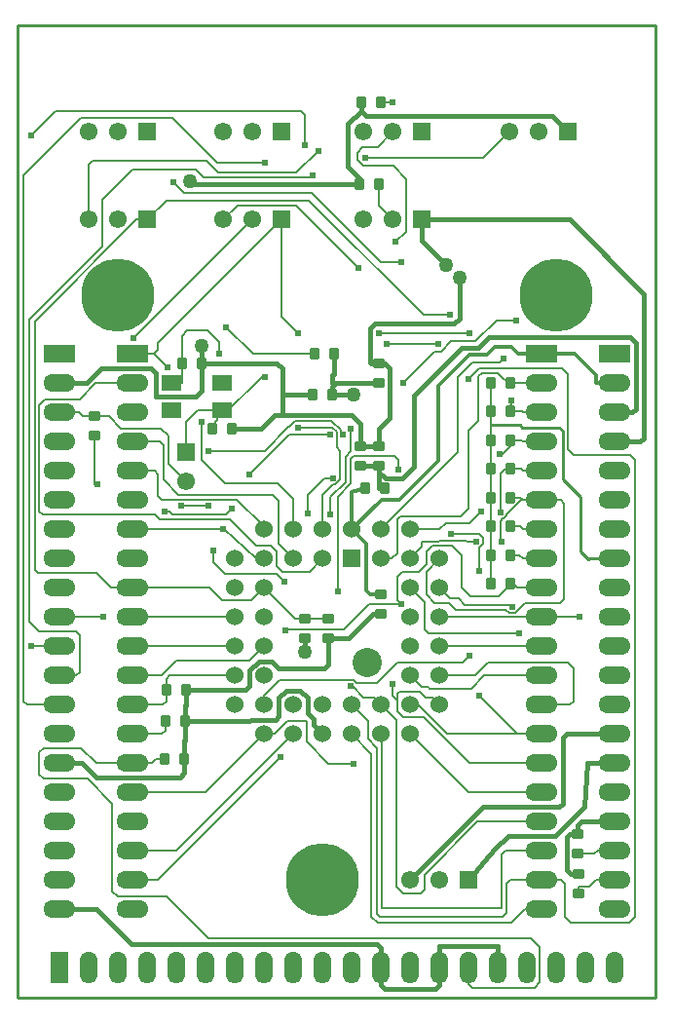
<source format=gbl>
G04 Layer_Physical_Order=2*
G04 Layer_Color=16711680*
%FSLAX25Y25*%
%MOIN*%
G70*
G01*
G75*
%ADD13C,0.00700*%
%ADD14C,0.01600*%
%ADD15C,0.01000*%
%ADD16R,0.06102X0.06102*%
%ADD17C,0.06102*%
%ADD18R,0.06102X0.06102*%
%ADD19C,0.06000*%
%ADD20R,0.06000X0.06000*%
%ADD21O,0.11000X0.06000*%
%ADD22R,0.11000X0.06000*%
%ADD23C,0.25000*%
%ADD24O,0.06000X0.11000*%
%ADD25R,0.06000X0.11000*%
%ADD26C,0.02400*%
%ADD27C,0.05000*%
%ADD28C,0.10000*%
G04:AMPARAMS|DCode=29|XSize=39.37mil|YSize=35.43mil|CornerRadius=4.43mil|HoleSize=0mil|Usage=FLASHONLY|Rotation=0.000|XOffset=0mil|YOffset=0mil|HoleType=Round|Shape=RoundedRectangle|*
%AMROUNDEDRECTD29*
21,1,0.03937,0.02657,0,0,0.0*
21,1,0.03051,0.03543,0,0,0.0*
1,1,0.00886,0.01526,-0.01329*
1,1,0.00886,-0.01526,-0.01329*
1,1,0.00886,-0.01526,0.01329*
1,1,0.00886,0.01526,0.01329*
%
%ADD29ROUNDEDRECTD29*%
G04:AMPARAMS|DCode=30|XSize=39.37mil|YSize=35.43mil|CornerRadius=4.43mil|HoleSize=0mil|Usage=FLASHONLY|Rotation=270.000|XOffset=0mil|YOffset=0mil|HoleType=Round|Shape=RoundedRectangle|*
%AMROUNDEDRECTD30*
21,1,0.03937,0.02657,0,0,270.0*
21,1,0.03051,0.03543,0,0,270.0*
1,1,0.00886,-0.01329,-0.01526*
1,1,0.00886,-0.01329,0.01526*
1,1,0.00886,0.01329,0.01526*
1,1,0.00886,0.01329,-0.01526*
%
%ADD30ROUNDEDRECTD30*%
%ADD31R,0.07087X0.05512*%
%ADD32C,0.01200*%
D13*
X440124Y287008D02*
X444291Y291175D01*
X430592Y287008D02*
X440124D01*
X427600Y290000D02*
X430592Y287008D01*
X403937Y252963D02*
Y257087D01*
Y252963D02*
X405500Y251400D01*
X387275Y275775D02*
X395800Y284300D01*
X367508Y275775D02*
X387275D01*
X367323Y275590D02*
X367508Y275775D01*
X346457Y294882D02*
X364173D01*
X342520Y298819D02*
Y302756D01*
X364173Y294882D02*
X366929Y292126D01*
X342520Y298819D02*
X346457Y294882D01*
X366350Y295500D02*
X375500D01*
X364400Y297450D02*
X366350Y295500D01*
X374803Y321703D02*
X380659Y327559D01*
X374803Y315354D02*
Y321703D01*
X355600Y285600D02*
X360000Y290000D01*
X345700Y285600D02*
X355600D01*
X428740Y284252D02*
X444095D01*
X444882Y283465D01*
X437498Y340451D02*
X437598Y340551D01*
X437498Y333900D02*
Y340451D01*
X342154Y345484D02*
X344094Y347425D01*
X342154Y344500D02*
Y345484D01*
X337257Y350676D02*
X344094D01*
Y347425D02*
Y350676D01*
X346400Y349400D02*
X359205Y362205D01*
X333300Y346718D02*
X337257Y350676D01*
X338600Y333645D02*
Y346800D01*
Y333645D02*
X346445Y325800D01*
X360000Y310000D02*
Y310935D01*
X350736Y320199D02*
X360000Y310935D01*
X368681Y344950D02*
X370762Y347031D01*
X368350Y344950D02*
X368681D01*
X360200Y336800D02*
X368350Y344950D01*
X340800Y336800D02*
X360200D01*
X346445Y325800D02*
X364548D01*
X368700Y342500D02*
X382700D01*
X354800Y328600D02*
X368700Y342500D01*
X374500Y237350D02*
X381929Y229921D01*
X390551D01*
X360000Y253225D02*
X365224Y258449D01*
X390654D01*
X391603Y257500D02*
X398700D01*
X390654Y258449D02*
X391603Y257500D01*
X389764Y256299D02*
X390201D01*
X394100Y252400D01*
X397600D01*
X386181Y342519D02*
X387007D01*
X386150Y342550D02*
X386181Y342519D01*
X383359Y344881D02*
X384850Y343390D01*
Y337950D02*
Y343390D01*
X386150Y342550D02*
Y343929D01*
X387800Y334900D02*
X389682Y336782D01*
Y344488D01*
X386100Y327154D02*
Y336700D01*
X384355Y325409D02*
X386100Y327154D01*
X383609Y325409D02*
X384355D01*
X380000Y321800D02*
X383609Y325409D01*
X380659Y327559D02*
X383465D01*
X384850Y337950D02*
X386100Y336700D01*
X371653Y344881D02*
X383359D01*
X383048Y347031D02*
X386150Y343929D01*
X370762Y347031D02*
X383048D01*
X444291Y350394D02*
Y352485D01*
X444488Y352682D01*
Y353937D01*
X441718Y335827D02*
X444291Y338400D01*
X440551Y335827D02*
X441718D01*
X437598Y330709D02*
Y333800D01*
X437498Y333900D02*
X437598Y333800D01*
X430200Y312100D02*
X434252Y316152D01*
X440945Y329153D02*
X442500Y330709D01*
X443095Y314995D02*
X448100Y320000D01*
X443095Y314858D02*
Y314995D01*
X441835Y313598D02*
X443095Y314858D01*
X441698Y313598D02*
X441835D01*
X440900Y312800D02*
X441698Y313598D01*
X440945Y315748D02*
Y329153D01*
X440900Y306344D02*
Y312800D01*
Y306344D02*
X441339Y305906D01*
X446614Y290000D02*
X455000D01*
X445276Y291339D02*
X446614Y290000D01*
X444291Y291339D02*
X445276D01*
X426492Y286500D02*
X428740Y284252D01*
X423500Y286500D02*
X426492D01*
X425526Y282574D02*
X442732D01*
X445772Y281315D02*
X449212Y284754D01*
X461258D01*
X443991Y281315D02*
X445772D01*
X442732Y282574D02*
X443991Y281315D01*
X420000Y280000D02*
X455000D01*
X331954Y376250D02*
X333656Y377953D01*
X344488Y370079D02*
Y374016D01*
X333656Y377953D02*
X340551D01*
X344488Y374016D01*
X347100Y379134D02*
X356234Y370000D01*
X331954Y366900D02*
Y376250D01*
X356234Y370000D02*
X377307D01*
X359205Y362205D02*
X360236D01*
X329961Y265000D02*
X355000D01*
X324961Y260000D02*
X329961Y265000D01*
X315000Y260000D02*
X324961D01*
X448500Y240000D02*
X455000D01*
X422600D02*
X446600D01*
X405500Y251400D02*
Y253650D01*
X333300Y336300D02*
Y346718D01*
X331954Y360278D02*
Y366900D01*
X331800Y360124D02*
X331954Y360278D01*
X328239Y360124D02*
X331800D01*
X446600Y240000D02*
X448500D01*
X433500Y253100D02*
X446600Y240000D01*
X433500Y295600D02*
Y303600D01*
X435100Y305200D01*
Y307050D01*
X433750Y308400D02*
X435100Y307050D01*
X423850Y308400D02*
X433750D01*
X410000Y250000D02*
X412600D01*
X422600Y240000D01*
X420000Y270000D02*
X455000D01*
X302000Y325600D02*
Y342000D01*
Y325600D02*
X302100Y325500D01*
X303100D01*
X315000Y200000D02*
X330000D01*
X370000Y240000D01*
X437598Y301181D02*
Y311024D01*
Y350394D02*
Y360236D01*
Y311024D02*
Y320866D01*
Y330709D01*
X315000Y310000D02*
X346100D01*
X346200D01*
X357400Y300000D01*
X360000D01*
X331643Y318000D02*
X340800D01*
X395800Y284300D02*
X406900D01*
X420000Y290000D02*
X423500Y286500D01*
X448500Y300000D02*
X455000D01*
X447319Y301181D02*
X448500Y300000D01*
X444291Y301181D02*
X447319D01*
X448500Y310000D02*
X455000D01*
X447476Y311024D02*
X448500Y310000D01*
X444291Y311024D02*
X447476D01*
X448100Y320000D02*
X448500D01*
X399400Y377200D02*
X430200D01*
X448500Y320000D02*
X455000D01*
X447634Y320866D02*
X448500Y320000D01*
X444291Y320866D02*
X447634D01*
X448500Y330000D02*
X455000D01*
X447791Y330709D02*
X448500Y330000D01*
X444291Y330709D02*
X447791D01*
X448500Y340000D02*
X455000D01*
X447949Y340551D02*
X448500Y340000D01*
X444291Y340551D02*
X447949D01*
X448500Y350000D02*
X455000D01*
X448106Y350394D02*
X448500Y350000D01*
X444291Y350394D02*
X448106D01*
X448500Y360000D02*
X455000D01*
X448264Y360236D02*
X448500Y360000D01*
X444291Y360236D02*
X448264D01*
X280300Y270000D02*
X290000D01*
X280300Y444600D02*
X288700Y453000D01*
X372500D01*
X373900Y451600D01*
Y441500D02*
Y451600D01*
X315000Y280000D02*
X350000D01*
X315000Y270000D02*
X350000D01*
X374000Y279346D02*
X382000D01*
X399346Y420654D02*
Y428000D01*
Y420654D02*
X404000Y416000D01*
X297807Y348693D02*
X302000D01*
X296500Y350000D02*
X297807Y348693D01*
X290000Y350000D02*
X296500D01*
X414546Y245650D02*
X430196Y230000D01*
X405500Y247600D02*
Y251400D01*
X385200Y288650D02*
Y321200D01*
X389600Y325600D01*
Y334192D01*
X390508Y335100D01*
X404556D01*
X405906Y333750D01*
Y330400D02*
Y333750D01*
X417500Y252500D02*
X420000Y250000D01*
X415400Y252500D02*
X417500D01*
X413400Y254500D02*
X415400Y252500D01*
X406350Y254500D02*
X413400D01*
X405500Y253650D02*
X406350Y254500D01*
X405500Y247600D02*
X407450Y245650D01*
X414546D01*
X430196Y230000D02*
X455000D01*
X467600Y185454D02*
Y187600D01*
X467700Y187700D01*
X471200D01*
X473500Y190000D01*
X480000D01*
X327704Y260000D02*
X350000D01*
X326454Y258750D02*
X327704Y260000D01*
X326454Y255200D02*
Y258750D01*
X302500Y230000D02*
X315000D01*
X297300Y235200D02*
X302500Y230000D01*
X284550Y235200D02*
X297300D01*
X283100Y233750D02*
X284550Y235200D01*
X283100Y226250D02*
Y233750D01*
Y226250D02*
X284750Y224600D01*
X299700D01*
X308100Y216200D01*
Y186250D02*
Y216200D01*
Y186250D02*
X309850Y184500D01*
X326500D01*
X340800Y170200D01*
X451300D01*
X454400Y167100D01*
Y155000D02*
Y167100D01*
X452500Y153100D02*
X454400Y155000D01*
X431250Y153100D02*
X452500D01*
X430000Y154350D02*
X431250Y153100D01*
X430000Y154350D02*
Y160000D01*
X322800Y231300D02*
X326054D01*
X321500Y230000D02*
X322800Y231300D01*
X315000Y230000D02*
X321500D01*
X442550Y200000D02*
X455000D01*
X441300Y198750D02*
X442550Y200000D01*
X441300Y180300D02*
Y198750D01*
X400300Y180300D02*
X441300D01*
X400300D02*
Y239700D01*
X400000Y240000D02*
X400300Y239700D01*
X435300Y260000D02*
X455000D01*
X430800Y255500D02*
X435300Y260000D01*
X416750Y255500D02*
X430800D01*
X416150Y256100D02*
X416750Y255500D01*
X413900Y256100D02*
X416150D01*
X410000Y260000D02*
X413900Y256100D01*
X360000Y250000D02*
Y253225D01*
X398700Y257500D02*
X405600Y264400D01*
X428100D01*
X430300Y266600D01*
X374500Y237350D02*
Y244200D01*
X374200Y244500D02*
X374500Y244200D01*
X368000Y244500D02*
X374200D01*
X363500Y240000D02*
X368000Y244500D01*
X360000Y240000D02*
X363500D01*
X420000Y260000D02*
X432200D01*
X436700Y264500D01*
X463900D01*
X465900Y262500D01*
Y251250D02*
Y262500D01*
X464650Y250000D02*
X465900Y251250D01*
X455000Y250000D02*
X464650D01*
X382600Y315000D02*
Y321004D01*
X387800Y326204D01*
Y334900D01*
X315000Y190000D02*
X323500D01*
X365500Y232000D01*
X439494Y381500D02*
X446200D01*
X432294Y374300D02*
X439494Y381500D01*
X424057Y374300D02*
X432294D01*
X420557Y370800D02*
X424057Y374300D01*
X418164Y370800D02*
X420557D01*
X407600Y360236D02*
X418164Y370800D01*
X449300Y180000D02*
X455000D01*
X444700Y175400D02*
X449300Y180000D01*
X398850Y175400D02*
X444700D01*
X396762Y177488D02*
X398850Y175400D01*
X396762Y177488D02*
Y233238D01*
X390000Y240000D02*
X396762Y233238D01*
X326000Y316100D02*
X327550D01*
X328550Y315100D01*
X346800D01*
X348800Y317100D01*
X315000Y330000D02*
X322450D01*
X323700Y328750D01*
Y321499D02*
Y328750D01*
Y321499D02*
X325000Y320199D01*
X350736D01*
X364548Y325800D02*
X370000Y320348D01*
Y310000D02*
Y320348D01*
X375500Y295500D02*
X380000Y300000D01*
X364400Y297450D02*
Y302500D01*
X362400Y304500D02*
X364400Y302500D01*
X357200Y304500D02*
X362400D01*
X348400Y313300D02*
X357200Y304500D01*
X324400Y313300D02*
X348400D01*
X322700Y315000D02*
X324400Y313300D01*
X284350Y315000D02*
X322700D01*
X283100Y316250D02*
X284350Y315000D01*
X283100Y316250D02*
Y352500D01*
X285100Y354500D01*
X296800D01*
X302300Y360000D01*
X315000D01*
X366000Y382900D02*
Y416000D01*
Y382900D02*
X371700Y377200D01*
X380000Y310000D02*
Y321800D01*
X443650Y291339D02*
X444291D01*
X443650D02*
X443813Y291175D01*
X444291D01*
X424400Y304350D02*
X427600Y301150D01*
X417450Y304350D02*
X424400D01*
X415500Y302400D02*
X417450Y304350D01*
X415500Y298200D02*
Y302400D01*
X412800Y295500D02*
X415500Y298200D01*
X407350Y295500D02*
X412800D01*
X405500Y293650D02*
X407350Y295500D01*
X405500Y285700D02*
Y293650D01*
Y285700D02*
X406900Y284300D01*
X401900Y373400D02*
X419700D01*
X410000Y290000D02*
X414900Y285100D01*
Y275750D02*
Y285100D01*
Y275750D02*
X416150Y274500D01*
X447200D01*
X415500Y295500D02*
X420000Y300000D01*
X415500Y287600D02*
Y295500D01*
Y287600D02*
X418350Y284750D01*
X423350D01*
X425526Y282574D01*
X455000Y320000D02*
X461504D01*
X410000Y310000D02*
X420100D01*
X422200Y312100D01*
X430200D01*
X442500Y330709D02*
X444291D01*
X410000Y300000D02*
X413950Y303950D01*
Y305900D01*
X426050Y306050D01*
X432495Y305800D01*
X444291Y338400D02*
Y340551D01*
X400000Y300000D02*
X403700D01*
X405600Y301900D01*
Y313350D01*
X433400Y347100D02*
Y362400D01*
X434500Y363500D01*
X439900D01*
X442100Y361300D01*
X444291Y360236D01*
X328950Y428600D02*
X332550Y425000D01*
X376200D01*
X399800Y401400D01*
X407000D01*
X278950Y250000D02*
X290000D01*
X277700Y251250D02*
X278950Y250000D01*
X277700Y251250D02*
Y430950D01*
X297350Y450600D01*
X328700D01*
X344000Y435300D01*
X360250D01*
X290000Y260000D02*
X295650D01*
X296900Y261250D01*
Y273750D01*
X295650Y275000D02*
X296900Y273750D01*
X283100Y275000D02*
X295650D01*
X279600Y278500D02*
X283100Y275000D01*
X279600Y278500D02*
Y381700D01*
X304600Y406700D01*
Y422900D01*
X314900Y433200D01*
X336450D01*
X339350Y430300D01*
X375800D01*
X376500Y431000D01*
X414600Y383300D02*
X423450D01*
X375399Y422501D02*
X414600Y383300D01*
X326501Y422501D02*
X375399D01*
X320000Y416000D02*
X326501Y422501D01*
X307500Y290000D02*
X315000D01*
X302500Y295000D02*
X307500Y290000D01*
X282650Y295000D02*
X302500D01*
X281500Y296150D02*
X282650Y295000D01*
X281500Y296150D02*
Y381100D01*
X316400Y416000D01*
X320000D01*
X315000Y290000D02*
X341300D01*
X345700Y285600D01*
X371100Y432000D02*
X378673Y439573D01*
X344300Y432000D02*
X371100D01*
X340350Y435950D02*
X344300Y432000D01*
X301250Y435950D02*
X340350D01*
X300000Y434700D02*
X301250Y435950D01*
X300000Y416000D02*
Y434700D01*
X398800Y440800D02*
X404000Y446000D01*
X393750Y440800D02*
X398800D01*
X391800Y438850D02*
X393750Y440800D01*
X391800Y436350D02*
Y438850D01*
Y436350D02*
X393850Y434300D01*
X404200D01*
X408600Y429900D01*
Y411900D02*
Y429900D01*
X405100Y408400D02*
X408600Y411900D01*
X346000Y416000D02*
X350801Y420801D01*
X370799D01*
X392200Y399400D01*
X302000Y348693D02*
X306900D01*
X311093Y344500D01*
X324650D01*
X327200Y341950D01*
Y332400D02*
Y341950D01*
Y332400D02*
X333300Y326300D01*
X430100Y361568D02*
X433632Y365100D01*
X462100D01*
X464000Y363200D01*
Y337500D02*
Y363200D01*
Y337500D02*
X466000Y335500D01*
X485150D01*
X486900Y333750D01*
Y177500D02*
Y333750D01*
X484900Y175500D02*
X486900Y177500D01*
X465000Y175500D02*
X484900D01*
X463000Y177500D02*
X465000Y175500D01*
X463000Y177500D02*
Y188750D01*
X461750Y190000D02*
X463000Y188750D01*
X455000Y190000D02*
X461750D01*
X444250D02*
X455000D01*
X443000Y188750D02*
X444250Y190000D01*
X443000Y178750D02*
Y188750D01*
X441550Y177300D02*
X443000Y178750D01*
X399762Y177300D02*
X441550D01*
X398600Y178462D02*
X399762Y177300D01*
X398600Y178462D02*
Y235248D01*
X395500Y238348D02*
X398600Y235248D01*
X395500Y238348D02*
Y244500D01*
X390000Y250000D02*
X395500Y244500D01*
X397600Y252400D02*
X400000Y250000D01*
X433100Y210000D02*
X455000D01*
X415000Y191900D02*
X433100Y210000D01*
X415000Y186750D02*
Y191900D01*
X413650Y185400D02*
X415000Y186750D01*
X407600Y185400D02*
X413650D01*
X405400Y187600D02*
X407600Y185400D01*
X405400Y187600D02*
Y244600D01*
X400000Y250000D02*
X405400Y244600D01*
X315000Y220000D02*
X340000D01*
X360000Y240000D01*
X434950Y436950D02*
X444000Y446000D01*
X394450Y436950D02*
X434950D01*
X365000Y305000D02*
X370000Y300000D01*
X365000Y305000D02*
Y319899D01*
X363000Y321899D02*
X365000Y319899D01*
X330751Y321899D02*
X363000D01*
X325499Y327151D02*
X330751Y321899D01*
X325499Y327151D02*
Y338750D01*
X324249Y340000D02*
X325499Y338750D01*
X315000Y340000D02*
X324249D01*
X322200Y370000D02*
X326900Y365300D01*
X315000Y370000D02*
X322200D01*
X323600Y373600D02*
X366000Y416000D01*
X323600Y371400D02*
Y373600D01*
X322200Y370000D02*
X323600Y371400D01*
X440632Y367000D02*
X441900Y368268D01*
X431430Y367000D02*
X440632D01*
X426400Y361970D02*
X431430Y367000D01*
X426400Y336400D02*
Y361970D01*
X400000Y310000D02*
X426400Y336400D01*
X360000Y290000D02*
X370654Y279346D01*
X374000D01*
X400000Y456000D02*
X404000D01*
X455000Y280000D02*
X467800D01*
X315300Y375300D02*
X356000Y416000D01*
X290000Y280000D02*
X304800D01*
X474146Y200000D02*
X480000D01*
X473100Y198954D02*
X474146Y200000D01*
X467400Y198954D02*
X473100D01*
X430000Y220000D02*
X455000D01*
X410000Y240000D02*
X430000Y220000D01*
X355000Y265000D02*
X360000Y270000D01*
X326454Y251250D02*
Y255200D01*
X325204Y250000D02*
X326454Y251250D01*
X315000Y250000D02*
X325204D01*
X326254Y241250D02*
Y244400D01*
X325004Y240000D02*
X326254Y241250D01*
X315000Y240000D02*
X325004D01*
X430000Y343700D02*
X433400Y347100D01*
X405600Y313350D02*
X406600Y314350D01*
X430000Y317100D02*
Y343700D01*
X406600Y314350D02*
X427250D01*
X430000Y317100D01*
X427600Y290000D02*
Y301150D01*
X461504Y320000D02*
X462754Y318750D01*
X461258Y284754D02*
X462754Y286250D01*
Y318750D01*
X437598Y291339D02*
Y301181D01*
Y340551D02*
Y345669D01*
Y350394D01*
D14*
X383346Y358750D02*
X384636Y360039D01*
X383346Y360236D02*
Y362600D01*
Y360236D02*
X383543Y360039D01*
X384636D01*
X363748Y349181D02*
X389769D01*
X359067Y344500D02*
X363748Y349181D01*
X348846Y344500D02*
X359067D01*
X366200Y349213D02*
Y356000D01*
X389769Y349181D02*
X393000Y345950D01*
Y338546D02*
Y345950D01*
X338646Y366900D02*
X364300D01*
X338646D02*
Y372835D01*
Y357500D02*
Y366900D01*
X388700Y448600D02*
X393250Y453150D01*
X366200Y356000D02*
X376654D01*
X366200D02*
Y365000D01*
X399400Y324100D02*
Y329450D01*
X420000Y160000D02*
Y167300D01*
X440000D01*
Y160000D02*
Y167300D01*
X458600Y451400D02*
X464000Y446000D01*
X395000Y451400D02*
X458600D01*
X393250Y453150D02*
X395000Y451400D01*
X393250Y453150D02*
X393307Y453207D01*
Y456000D01*
X335950Y428000D02*
X392654D01*
X334700Y429250D02*
X335950Y428000D01*
X384000Y363254D02*
Y370000D01*
X383346Y362600D02*
X384000Y363254D01*
X467400Y205646D02*
Y208750D01*
X468650Y210000D01*
X480000D01*
X396200Y338446D02*
X399400D01*
X396100Y338546D02*
X396200Y338446D01*
X393000Y338546D02*
X396100D01*
X382000Y272654D02*
X389100D01*
X397400Y280954D01*
X399800D01*
X290000Y230000D02*
X297700D01*
X302600Y225100D01*
X331150D01*
X332746Y226696D01*
Y231300D01*
X410000Y190000D02*
X435000Y215000D01*
X461050D01*
X462300Y216250D01*
Y238750D01*
X463550Y240000D01*
X480000D01*
X470750Y230000D02*
X480000D01*
X469500Y215200D02*
X470750Y230000D01*
X459500Y205200D02*
X469500Y215200D01*
X443450Y205200D02*
X459500D01*
X439050Y200800D02*
X443450Y205200D01*
X430000Y190000D02*
X439050Y200800D01*
X396200Y331754D02*
X399400D01*
X396100Y331854D02*
X396200Y331754D01*
X393000Y331854D02*
X396100D01*
X290000Y180000D02*
X302500D01*
X314500Y168000D01*
X398750D01*
X400000Y166750D01*
Y160000D02*
Y166750D01*
X374000Y268000D02*
Y272654D01*
X396500Y366732D02*
X399213D01*
X396300Y366932D02*
X396500Y366732D01*
X396300Y366932D02*
Y378650D01*
X397950Y380300D01*
X425100D01*
X426825Y382025D01*
Y395975D01*
X333146Y255200D02*
X353750D01*
X355000Y256450D01*
Y261788D01*
X358112Y264900D01*
X362600D01*
X365000Y262500D01*
X380750D01*
X382000Y263750D01*
Y272654D01*
X480000Y340000D02*
X488750D01*
X490000Y341250D01*
Y390500D01*
X464500Y416000D02*
X490000Y390500D01*
X414000Y416000D02*
X464500D01*
X332946Y244400D02*
X355000D01*
X355500Y244900D01*
X363850D01*
X365100Y246150D01*
Y252400D01*
X367600Y254900D01*
X372400D01*
X374900Y252400D01*
Y247244D02*
Y252400D01*
Y247244D02*
X376944Y245200D01*
Y243056D02*
Y245200D01*
Y243056D02*
X380000Y240000D01*
X399400Y329450D02*
Y331754D01*
Y329450D02*
X401550Y327300D01*
X407200D01*
X411400Y331500D01*
Y355777D01*
X427700Y372077D01*
X433410D01*
X437034Y375700D01*
X485350D01*
X487300Y373750D01*
Y351250D02*
Y373750D01*
X486050Y350000D02*
X487300Y351250D01*
X480000Y350000D02*
X486050D01*
X400000Y153950D02*
Y160000D01*
Y153950D02*
X401250Y152700D01*
X418750D01*
X420000Y153950D01*
Y160000D01*
X388700Y434009D02*
Y448600D01*
Y434009D02*
X392654Y430055D01*
Y428000D02*
Y430055D01*
X384636Y360039D02*
X399213D01*
X383346Y356000D02*
Y358750D01*
Y356000D02*
X390550D01*
X464648Y205646D02*
X467400D01*
X463600Y204598D02*
X464648Y205646D01*
X463600Y193546D02*
Y204598D01*
Y193546D02*
X465000Y192146D01*
X467600D01*
X336546Y355400D02*
X338646Y357500D01*
X322900Y355400D02*
X336546D01*
X322800Y355500D02*
X322900Y355400D01*
X322800Y355500D02*
Y363550D01*
X321350Y365000D02*
X322800Y363550D01*
X304200Y365000D02*
X321350D01*
X299200Y360000D02*
X304200Y365000D01*
X290000Y360000D02*
X299200D01*
X364300Y366900D02*
X366200Y365000D01*
X399400Y338446D02*
Y344400D01*
X403000Y348000D01*
Y365000D01*
X401268Y366732D02*
X403000Y365000D01*
X399213Y366732D02*
X401268D01*
X414000Y408800D02*
X422400Y400400D01*
X414000Y408800D02*
Y416000D01*
X332946Y237900D02*
Y244400D01*
X332746Y237700D02*
X332946Y237900D01*
X332746Y231300D02*
Y237700D01*
X333146Y249900D02*
Y255200D01*
X332946Y249700D02*
X333146Y249900D01*
X332946Y244400D02*
Y249700D01*
X399500Y324000D02*
X401346D01*
X399400Y324100D02*
X399500Y324000D01*
D15*
X437598Y345669D02*
X447638D01*
X448425Y344882D01*
X461024D01*
X462150Y343756D01*
Y327220D02*
Y343756D01*
Y327220D02*
X468110Y321260D01*
Y302362D02*
Y321260D01*
Y302362D02*
X470866Y299606D01*
X471260Y300000D01*
X480000D01*
X275591Y482283D02*
X277559D01*
X275591Y149606D02*
Y482283D01*
Y149606D02*
X494094D01*
Y482283D01*
X277559D02*
X494094D01*
D16*
X333300Y336300D02*
D03*
D17*
Y326300D02*
D03*
X410000Y190000D02*
D03*
X420000D02*
D03*
X394000Y416000D02*
D03*
X404000D02*
D03*
X300000D02*
D03*
X310000D02*
D03*
X346000D02*
D03*
X356000D02*
D03*
X300000Y446000D02*
D03*
X310000D02*
D03*
X346000D02*
D03*
X356000D02*
D03*
X404000D02*
D03*
X394000D02*
D03*
X454000D02*
D03*
X444000D02*
D03*
D18*
X430000Y190000D02*
D03*
X414000Y416000D02*
D03*
X320000D02*
D03*
X366000D02*
D03*
X320000Y446000D02*
D03*
X366000D02*
D03*
X414000D02*
D03*
X464000D02*
D03*
D19*
X410000Y250000D02*
D03*
X420000D02*
D03*
Y260000D02*
D03*
Y270000D02*
D03*
Y280000D02*
D03*
Y290000D02*
D03*
Y300000D02*
D03*
X360000D02*
D03*
X410000Y240000D02*
D03*
Y260000D02*
D03*
Y270000D02*
D03*
Y280000D02*
D03*
Y290000D02*
D03*
X350000Y300000D02*
D03*
X400000Y240000D02*
D03*
Y250000D02*
D03*
Y300000D02*
D03*
X360000Y310000D02*
D03*
X390000Y240000D02*
D03*
Y250000D02*
D03*
Y310000D02*
D03*
X400000D02*
D03*
X380000Y240000D02*
D03*
Y250000D02*
D03*
X410000Y300000D02*
D03*
X370000Y310000D02*
D03*
Y240000D02*
D03*
Y250000D02*
D03*
Y300000D02*
D03*
X380000D02*
D03*
X360000Y240000D02*
D03*
Y260000D02*
D03*
Y270000D02*
D03*
Y280000D02*
D03*
Y290000D02*
D03*
X380000Y310000D02*
D03*
X360000Y250000D02*
D03*
X350000D02*
D03*
Y260000D02*
D03*
Y270000D02*
D03*
Y280000D02*
D03*
Y290000D02*
D03*
X410000Y310000D02*
D03*
D20*
X390000Y300000D02*
D03*
D21*
X315000Y180000D02*
D03*
Y190000D02*
D03*
Y200000D02*
D03*
Y210000D02*
D03*
Y220000D02*
D03*
Y230000D02*
D03*
Y240000D02*
D03*
Y250000D02*
D03*
Y260000D02*
D03*
Y270000D02*
D03*
Y280000D02*
D03*
Y290000D02*
D03*
Y300000D02*
D03*
Y310000D02*
D03*
Y320000D02*
D03*
Y330000D02*
D03*
Y340000D02*
D03*
Y350000D02*
D03*
Y360000D02*
D03*
X455000Y180000D02*
D03*
Y190000D02*
D03*
Y200000D02*
D03*
Y210000D02*
D03*
Y220000D02*
D03*
Y230000D02*
D03*
Y240000D02*
D03*
Y250000D02*
D03*
Y260000D02*
D03*
Y270000D02*
D03*
Y280000D02*
D03*
Y290000D02*
D03*
Y300000D02*
D03*
Y310000D02*
D03*
Y320000D02*
D03*
Y330000D02*
D03*
Y340000D02*
D03*
Y350000D02*
D03*
Y360000D02*
D03*
X480000Y180000D02*
D03*
Y190000D02*
D03*
Y200000D02*
D03*
Y210000D02*
D03*
Y220000D02*
D03*
Y230000D02*
D03*
Y240000D02*
D03*
Y250000D02*
D03*
Y260000D02*
D03*
Y270000D02*
D03*
Y280000D02*
D03*
Y290000D02*
D03*
Y300000D02*
D03*
Y310000D02*
D03*
Y320000D02*
D03*
Y330000D02*
D03*
Y340000D02*
D03*
Y350000D02*
D03*
Y360000D02*
D03*
X290000Y180000D02*
D03*
Y190000D02*
D03*
Y200000D02*
D03*
Y210000D02*
D03*
Y220000D02*
D03*
Y230000D02*
D03*
Y240000D02*
D03*
Y250000D02*
D03*
Y260000D02*
D03*
Y270000D02*
D03*
Y280000D02*
D03*
Y290000D02*
D03*
Y300000D02*
D03*
Y310000D02*
D03*
Y320000D02*
D03*
Y330000D02*
D03*
Y340000D02*
D03*
Y350000D02*
D03*
Y360000D02*
D03*
D22*
X315000Y370000D02*
D03*
X455000D02*
D03*
X480000D02*
D03*
X290000D02*
D03*
D23*
X460000Y390000D02*
D03*
X310000D02*
D03*
X380000Y190000D02*
D03*
D24*
X480000Y160000D02*
D03*
X470000D02*
D03*
X460000D02*
D03*
X450000D02*
D03*
X440000D02*
D03*
X430000D02*
D03*
X420000D02*
D03*
X410000D02*
D03*
X400000D02*
D03*
X390000D02*
D03*
X380000D02*
D03*
X370000D02*
D03*
X360000D02*
D03*
X350000D02*
D03*
X340000D02*
D03*
X330000D02*
D03*
X320000D02*
D03*
X310000D02*
D03*
X300000D02*
D03*
D25*
X290000D02*
D03*
D26*
X403937Y257087D02*
D03*
X367323Y275590D02*
D03*
X342520Y302756D02*
D03*
X366929Y292126D02*
D03*
X374803Y315354D02*
D03*
X338600Y346800D02*
D03*
X390551Y229921D02*
D03*
X389764Y256299D02*
D03*
X387007Y342519D02*
D03*
X389682Y344488D02*
D03*
X383465Y327559D02*
D03*
X371653Y344881D02*
D03*
X382700Y342500D02*
D03*
X444488Y353937D02*
D03*
X440551Y335827D02*
D03*
X434252Y316152D02*
D03*
X440945Y315748D02*
D03*
X441339Y305906D02*
D03*
X444882Y283465D02*
D03*
X344488Y370079D02*
D03*
X347100Y379134D02*
D03*
X360236Y362205D02*
D03*
X433500Y253100D02*
D03*
Y295600D02*
D03*
X423850Y308400D02*
D03*
X303100Y325500D02*
D03*
X346100Y310000D02*
D03*
X340800Y336800D02*
D03*
Y318000D02*
D03*
X331643D02*
D03*
X406900Y284300D02*
D03*
X430200Y377200D02*
D03*
X399400D02*
D03*
X280300Y270000D02*
D03*
Y444600D02*
D03*
X373900Y441500D02*
D03*
X385200Y288650D02*
D03*
X405906Y330400D02*
D03*
X430300Y266600D02*
D03*
X382600Y315000D02*
D03*
X365500Y232000D02*
D03*
X446200Y381500D02*
D03*
X407600Y360236D02*
D03*
X326000Y316100D02*
D03*
X348800Y317100D02*
D03*
X371700Y377200D02*
D03*
X401900Y373400D02*
D03*
X419700D02*
D03*
X447200Y274500D02*
D03*
X432495Y305800D02*
D03*
X328950Y428600D02*
D03*
X407000Y401400D02*
D03*
X360250Y435300D02*
D03*
X376500Y431000D02*
D03*
X423450Y383300D02*
D03*
X378673Y439573D02*
D03*
X405100Y408400D02*
D03*
X392200Y399400D02*
D03*
X430100Y361568D02*
D03*
X354800Y328600D02*
D03*
X394450Y436950D02*
D03*
X326900Y365300D02*
D03*
X441900Y368268D02*
D03*
X404000Y456000D02*
D03*
X467800Y280000D02*
D03*
X315300Y375300D02*
D03*
X304800Y280000D02*
D03*
D27*
X338646Y372835D02*
D03*
X334700Y429250D02*
D03*
X374000Y268000D02*
D03*
X426825Y395975D02*
D03*
X390550Y356000D02*
D03*
X422400Y400400D02*
D03*
D28*
X395276Y264567D02*
D03*
D29*
X399213Y360039D02*
D03*
Y366732D02*
D03*
X467400Y198954D02*
D03*
Y205646D02*
D03*
X467600Y185454D02*
D03*
Y192146D02*
D03*
X393000Y331854D02*
D03*
Y338546D02*
D03*
X399400Y331754D02*
D03*
Y338446D02*
D03*
X399800Y280954D02*
D03*
Y287646D02*
D03*
X374000Y272654D02*
D03*
Y279346D02*
D03*
X382000D02*
D03*
Y272654D02*
D03*
X302000Y342000D02*
D03*
Y348693D02*
D03*
D30*
X326254Y244400D02*
D03*
X332946D02*
D03*
X332746Y231300D02*
D03*
X326054D02*
D03*
X326454Y255200D02*
D03*
X333146D02*
D03*
X401346Y324000D02*
D03*
X394654D02*
D03*
X383346Y356000D02*
D03*
X376654D02*
D03*
X384000Y370000D02*
D03*
X377307D02*
D03*
X399346Y428000D02*
D03*
X392654D02*
D03*
X393307Y456000D02*
D03*
X400000D02*
D03*
X444291Y301181D02*
D03*
X437598D02*
D03*
X444291Y291339D02*
D03*
X437598D02*
D03*
X444291Y340551D02*
D03*
X437598D02*
D03*
X444291Y330709D02*
D03*
X437598D02*
D03*
X444291Y320866D02*
D03*
X437598D02*
D03*
X444291Y360236D02*
D03*
X437598D02*
D03*
X444291Y350394D02*
D03*
X437598D02*
D03*
X444291Y311024D02*
D03*
X437598D02*
D03*
X342154Y344500D02*
D03*
X348846D02*
D03*
X331954Y366900D02*
D03*
X338646D02*
D03*
D31*
X328239Y350676D02*
D03*
X345561D02*
D03*
Y360124D02*
D03*
X328239D02*
D03*
D32*
X390000Y310000D02*
X394800Y305200D01*
Y289096D02*
Y305200D01*
Y289096D02*
X396250Y287646D01*
X399800D01*
X447000Y370000D02*
X455000D01*
X444700Y372300D02*
X447000Y370000D01*
X439100Y372300D02*
X444700D01*
X436400Y369600D02*
X439100Y372300D01*
X430130Y369600D02*
X436400D01*
X419500Y358970D02*
X430130Y369600D01*
X419500Y333400D02*
Y358970D01*
X406227Y320127D02*
X419500Y333400D01*
X400127Y320127D02*
X406227D01*
X390000Y310000D02*
X400127Y320127D01*
X455000Y370000D02*
X466250D01*
X473500Y362750D01*
Y360000D02*
Y362750D01*
Y360000D02*
X480000D01*
X390000Y310000D02*
Y322750D01*
X394654Y324000D01*
M02*

</source>
